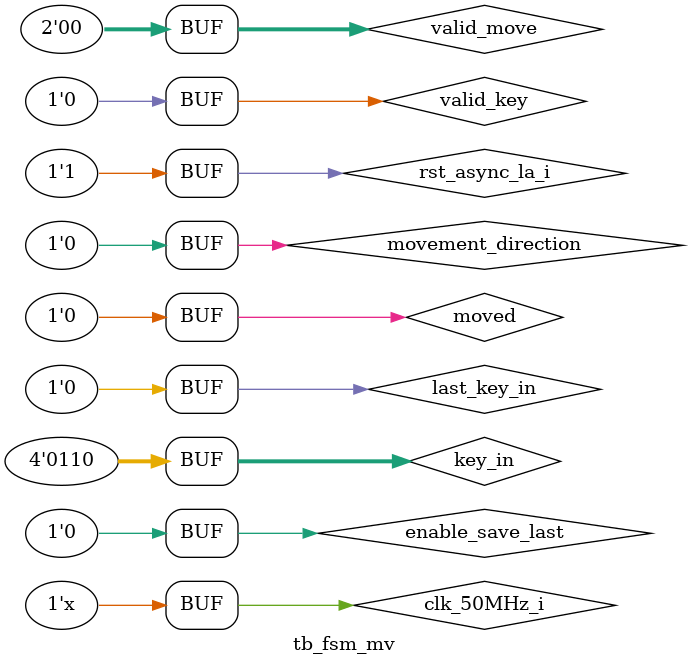
<source format=v>
`timescale 1ns / 1ps


module tb_fsm_mv;

	// Inputs
	reg clk_50MHz_i;
	reg rst_async_la_i;
	reg [3:0] key_in;
	reg last_key_in;
	reg valid_key;
	reg [1:0] valid_move;
	reg movement_direction;
	reg moved;
	reg enable_save_last;

	// Outputs
	wire enable_sum_PX;
	wire enable_sum_NX;
	wire enable_sum_PY;
	wire enable_sum_NY;
	wire enable_validation_key;
	wire enable_validation_move;
	wire enable_count_move;
	wire [3:0] last_pressed;

	// Instantiate the Unit Under Test (UUT)
	fsm_movement uut (
		.clk_50MHz_i(clk_50MHz_i),
		.rst_async_la_i(rst_async_la_i),
		.key_in(key_in),
		.last_key_in(last_key_in),
		.valid_key(valid_key),
		.valid_move(valid_move),
		.movement_direction(movement_direction),
		.moved(moved),
		.enable_save_last(enable_save_last),
		.enable_sum_PX(enable_sum_PX),
		.enable_sum_NX(enable_sum_NX),
		.enable_sum_PY(enable_sum_PY),
		.enable_sum_NY(enable_sum_NY),
		.enable_validation_key(enable_validation_key),
		.enable_validation_move(enable_validation_move),
		.enable_count_move(enable_count_move),
		.last_pressed(last_pressed)
	);

	initial begin
		// Initialize Inputs
		clk_50MHz_i = 0;
		rst_async_la_i = 1;
		key_in = 0;
		last_key_in = 0;
		valid_key = 0;
		valid_move = 0;
		movement_direction = 0;
		moved = 0;
		enable_save_last = 0;

		// Wait 100 ns for global reset to finish
		#10 rst_async_la_i = 0;
		#10 rst_async_la_i = 1;

		// Add stimulus here
		#30 key_in = 4'b1010;
		#5 last_key_in = 1'b1;
		#5 last_key_in = 1'b0;

		#20 key_in = 4'b0110;
		#5 last_key_in = 1'b1;
		#5 last_key_in = 1'b0;

	end

	always
	begin
		#1 clk_50MHz_i <= ~clk_50MHz_i;
	end

endmodule

</source>
